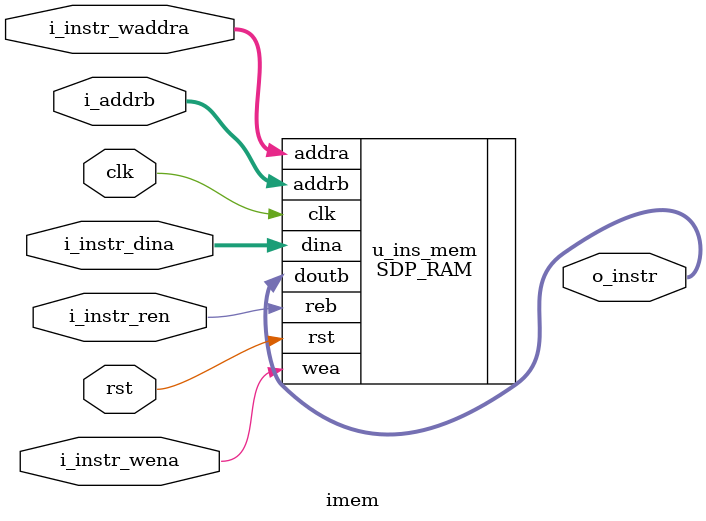
<source format=v>
module imem #(
    parameter INSTR_WIDTH                  = 32        ,
    parameter MEM_DEPTH                    = 2048       ,
    parameter MEM_DEPTH_W                  = clogb2(MEM_DEPTH) ,
    parameter U_DLY                        = 1         
) (
    input                       clk,
    input                       rst,
    input                       i_instr_wena,
    input  [MEM_DEPTH_W-1: 0]   i_instr_waddra,
    input  [INSTR_WIDTH-1: 0]   i_instr_dina,
    input i_instr_ren,
    input  [MEM_DEPTH_W-1: 0]   i_addrb,
    output [INSTR_WIDTH-1: 0]   o_instr
);

    SDP_RAM #(
        .RAM_TYPE   ("DRAM"         ),//Select "BRAM" or "DRAM"
        .DATA_W     (INSTR_WIDTH    ),//Specify RAM data width
        .RAM_DEPTH  (MEM_DEPTH      ),//Specify RAM depth (number of entries)
        .LATENCY    ("LOW_LATENCY"  ),//Select "NORMAL" or "LOW_LATENCY" 
        .INIT_FILE  (""             ) // Specify name/location of RAM initialization file if using one (leave blank if not)
    ) u_ins_mem (
        .addra      (i_instr_waddra ),// Write address bus, width determined from RAM_DEPTH
        .addrb      (i_addrb        ),// Read address bus, width determined from RAM_DEPTH
        .dina       (i_instr_dina   ),// RAM input data, width determined from RAM_WIDTH
        .clk        (clk            ),// Clock
        .wea        (i_instr_wena   ),// Write enable
        .reb        (i_instr_ren    ),// Read Enable, for additional power savings, disable when not in use
        .rst        (rst            ),// Output reset (does not affect memory contents)
        .doutb      (o_instr        ) // RAM output data, width determined from RAM_WIDTH
    );

    function integer clogb2;
    input integer depth;
      for (clogb2=0; depth>0; clogb2=clogb2+1)
        depth = depth >> 1;
    endfunction

endmodule

</source>
